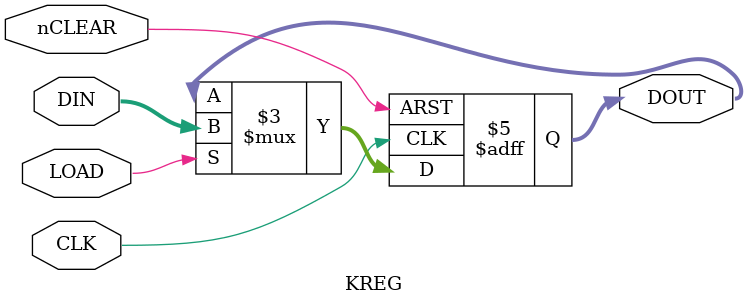
<source format=v>
`timescale 1ns/1ns

module KREG(
	CLK,
	nCLEAR,
	DIN,
	LOAD,
	DOUT
);

parameter integer width = 4;

input CLK;
input nCLEAR;
input [width-1:0] DIN;
input LOAD;
output reg [width-1:0] DOUT;

always @(posedge CLK or negedge nCLEAR) begin
	if (!nCLEAR) begin
		DOUT <= {width{1'b0}};
	end else begin
		if (LOAD)
			DOUT <= DIN;
	end
end

endmodule

/*module KREG(
	input CLK,
	input nCLEAR,
	input [3:0] DIN,
	input LOAD,
	output reg [3:0] DOUT
);

	always @(posedge CLK or negedge CLEAR) begin
		if (!nCLEAR) begin
			DOUT <= 4'b0000;
		end else begin
			if (LOAD)
				DOUT <= DIN;
		end
	end

endmodule*/

</source>
